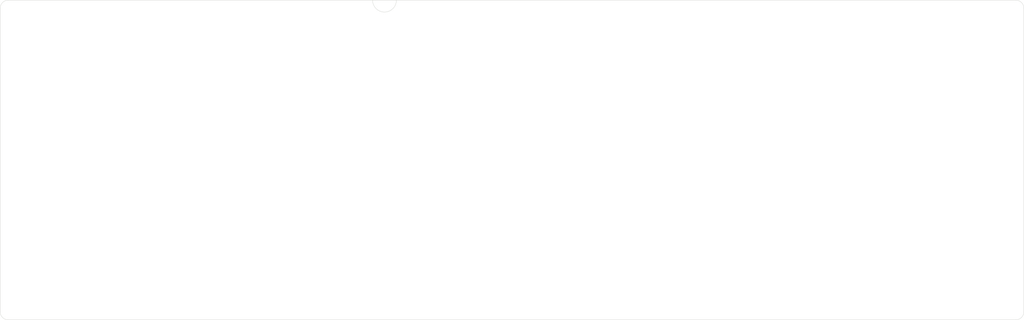
<source format=kicad_pcb>
(kicad_pcb
	(version 20240108)
	(generator "pcbnew")
	(generator_version "8.0")
	(general
		(thickness 1.6)
		(legacy_teardrops no)
	)
	(paper "A3")
	(title_block
		(title "rmk-ble-keyboard")
		(rev "0")
	)
	(layers
		(0 "F.Cu" signal)
		(31 "B.Cu" signal)
		(32 "B.Adhes" user "B.Adhesive")
		(33 "F.Adhes" user "F.Adhesive")
		(34 "B.Paste" user)
		(35 "F.Paste" user)
		(36 "B.SilkS" user "B.Silkscreen")
		(37 "F.SilkS" user "F.Silkscreen")
		(38 "B.Mask" user)
		(39 "F.Mask" user)
		(40 "Dwgs.User" user "User.Drawings")
		(41 "Cmts.User" user "User.Comments")
		(42 "Eco1.User" user "User.Eco1")
		(43 "Eco2.User" user "User.Eco2")
		(44 "Edge.Cuts" user)
		(45 "Margin" user)
		(46 "B.CrtYd" user "B.Courtyard")
		(47 "F.CrtYd" user "F.Courtyard")
		(48 "B.Fab" user)
		(49 "F.Fab" user)
		(50 "User.1" user)
		(51 "User.2" user)
		(52 "User.3" user)
		(53 "User.4" user)
		(54 "User.5" user)
		(55 "User.6" user)
		(56 "User.7" user)
		(57 "User.8" user)
		(58 "User.9" user)
	)
	(setup
		(stackup
			(layer "F.SilkS"
				(type "Top Silk Screen")
			)
			(layer "F.Paste"
				(type "Top Solder Paste")
			)
			(layer "F.Mask"
				(type "Top Solder Mask")
				(color "Green")
				(thickness 0.01)
			)
			(layer "F.Cu"
				(type "copper")
				(thickness 0.035)
			)
			(layer "dielectric 1"
				(type "core")
				(thickness 1.51)
				(material "FR4")
				(epsilon_r 4.5)
				(loss_tangent 0.02)
			)
			(layer "B.Cu"
				(type "copper")
				(thickness 0.035)
			)
			(layer "B.Mask"
				(type "Bottom Solder Mask")
				(color "Green")
				(thickness 0.01)
			)
			(layer "B.Paste"
				(type "Bottom Solder Paste")
			)
			(layer "B.SilkS"
				(type "Bottom Silk Screen")
			)
			(copper_finish "None")
			(dielectric_constraints no)
		)
		(pad_to_mask_clearance 0)
		(allow_soldermask_bridges_in_footprints no)
		(aux_axis_origin 28.95 123.45)
		(pcbplotparams
			(layerselection 0x00010fc_ffffffff)
			(plot_on_all_layers_selection 0x0000000_00000000)
			(disableapertmacros no)
			(usegerberextensions no)
			(usegerberattributes yes)
			(usegerberadvancedattributes yes)
			(creategerberjobfile yes)
			(dashed_line_dash_ratio 12.000000)
			(dashed_line_gap_ratio 3.000000)
			(svgprecision 4)
			(plotframeref no)
			(viasonmask no)
			(mode 1)
			(useauxorigin no)
			(hpglpennumber 1)
			(hpglpenspeed 20)
			(hpglpendiameter 15.000000)
			(pdf_front_fp_property_popups yes)
			(pdf_back_fp_property_popups yes)
			(dxfpolygonmode yes)
			(dxfimperialunits yes)
			(dxfusepcbnewfont yes)
			(psnegative no)
			(psa4output no)
			(plotreference yes)
			(plotvalue yes)
			(plotfptext yes)
			(plotinvisibletext no)
			(sketchpadsonfab no)
			(subtractmaskfromsilk no)
			(outputformat 1)
			(mirror no)
			(drillshape 1)
			(scaleselection 1)
			(outputdirectory "")
		)
	)
	(net 0 "")
	(gr_arc
		(start 330.18 121.05)
		(mid 329.477056 122.747056)
		(end 327.78 123.45)
		(stroke
			(width 0.1)
			(type default)
		)
		(layer "Edge.Cuts")
		(uuid "02993699-2033-491f-be1a-8e6c117f8bc6")
	)
	(gr_arc
		(start 28.95 31.79)
		(mid 29.652944 30.092944)
		(end 31.35 29.39)
		(stroke
			(width 0.1)
			(type default)
		)
		(layer "Edge.Cuts")
		(uuid "22b4b9de-0aef-4eb3-9a92-bec2ca0b66c8")
	)
	(gr_arc
		(start 31.35 123.45)
		(mid 29.652944 122.747056)
		(end 28.95 121.05)
		(stroke
			(width 0.1)
			(type default)
		)
		(layer "Edge.Cuts")
		(uuid "2df6e9cf-1249-404d-9049-39d3f529014b")
	)
	(gr_line
		(start 31.35 123.45)
		(end 327.78 123.45)
		(stroke
			(width 0.1)
			(type default)
		)
		(layer "Edge.Cuts")
		(uuid "3d598cd1-cb1e-48fd-bb80-7f458877dd58")
	)
	(gr_arc
		(start 145.54 29.39)
		(mid 142.04 32.89)
		(end 138.54 29.39)
		(stroke
			(width 0.1)
			(type default)
		)
		(layer "Edge.Cuts")
		(uuid "955d154c-1e52-414e-baef-5e7fee1c1832")
	)
	(gr_line
		(start 28.95 31.79)
		(end 28.95 121.05)
		(stroke
			(width 0.1)
			(type default)
		)
		(layer "Edge.Cuts")
		(uuid "a28d8d81-5adc-43a8-8f69-c0489f9f8e08")
	)
	(gr_line
		(start 330.18 121.05)
		(end 330.18 31.79)
		(stroke
			(width 0.1)
			(type default)
		)
		(layer "Edge.Cuts")
		(uuid "b5f312b8-950f-4e29-9cfa-1297364a4f10")
	)
	(gr_arc
		(start 327.78 29.39)
		(mid 329.477056 30.092944)
		(end 330.18 31.79)
		(stroke
			(width 0.1)
			(type default)
		)
		(layer "Edge.Cuts")
		(uuid "d8900368-582e-4dd4-b94c-b318b8a1b186")
	)
	(gr_line
		(start 327.78 29.39)
		(end 31.35 29.39)
		(stroke
			(width 0.1)
			(type default)
		)
		(layer "Edge.Cuts")
		(uuid "dd8c4d13-556b-4d0c-b7bf-6b436f03d0ff")
	)
)

</source>
